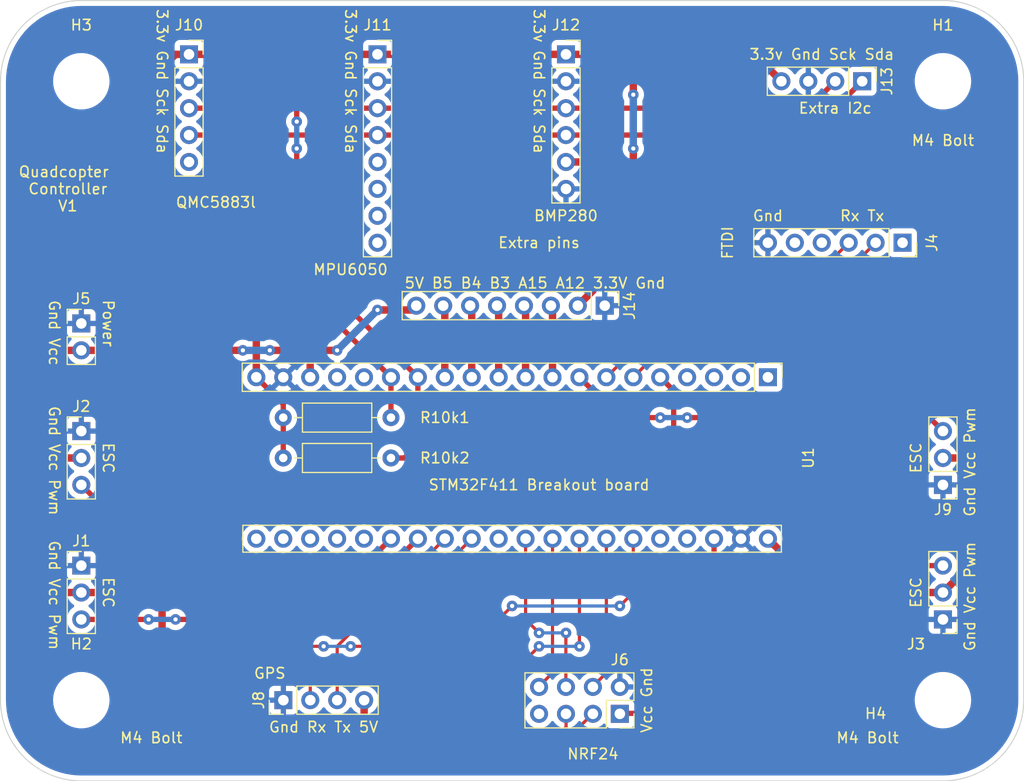
<source format=kicad_pcb>
(kicad_pcb (version 20211014) (generator pcbnew)
  (title_block (title "Quadcopter pcb") (rev "V01") (comment 2 "creativecommons.org/licenses/by/4.0/") (comment 3 "License: CC BY 4.0") (comment 4 "Author: Rokas Barasa"))
  (layers (0 "F.Cu" power) (31 "B.Cu" signal) (34 "B.Paste" user) (35 "F.Paste" user) (36 "B.SilkS" user "B.Silkscreen") (37 "F.SilkS" user "F.Silkscreen") (38 "B.Mask" user) (39 "F.Mask" user) (44 "Edge.Cuts" user))
  (net 0 "")
  (net 1 "GND")
  (net 2 "+5V")
  (net 3 "Net-(J1-Pad3)")
  (net 4 "Net-(J2-Pad3)")
  (net 5 "Net-(J8-Pad3)")
  (net 6 "+3.3V")
  (net 7 "Net-(J3-Pad3)")
  (net 8 "Net-(J4-Pad2)")
  (net 28 "Net-(J4-Pad3)")
  (net 30 "Net-(U1-Pad33)")
  (net 31 "Net-(U1-Pad35)")
  (net 34 "Net-(U1-Pad34)")
  (net 35 "Net-(U1-Pad31)")
  (net 36 "Net-(U1-Pad32)")
  (net 37 "Net-(J8-Pad2)")
  (net 38 "Net-(J9-Pad3)")
  (net 39 "Net-(J10-Pad3)")
  (net 40 "Net-(J10-Pad4)")
  (net 41 "Net-(J14-Pad3)")
  (net 42 "Net-(J14-Pad4)")
  (net 43 "Net-(J14-Pad5)")
  (net 44 "Net-(J14-Pad6)")
  (net 45 "Net-(J14-Pad7)")
  (footprint "Connector_PinHeader_2.54mm:PinHeader_1x04_P2.54mm_Vertical" (layer "F.Cu") (at 157.48 81.28 -90)
    (fp_text reference "J13" (at 0 -2.33 90) (layer "F.SilkS"))
    (fp_text value "Future i2c")
    (fp_line (start -1.33 8.95) (end 1.33 8.95) (layer "F.SilkS") (width 0.12))
    (fp_line (start 1.33 1.27) (end 1.33 8.95) (layer "F.SilkS") (width 0.12))
    (fp_line (start -1.33 1.27) (end 1.33 1.27) (layer "F.SilkS") (width 0.12))
    (fp_line (start -1.33 -1.33) (end 0 -1.33) (layer "F.SilkS") (width 0.12))
    (fp_line (start -1.33 0) (end -1.33 -1.33) (layer "F.SilkS") (width 0.12))
    (fp_line (start -1.33 1.27) (end -1.33 8.95) (layer "F.SilkS") (width 0.12))
    (pad "1" thru_hole rect (at 0 0 270) (size 1.7 1.7) (drill 1) (layers *.Cu *.Mask) (net 40 "Net-(J10-Pad4)"))
    (pad "2" thru_hole oval (at 0 2.54 270) (size 1.7 1.7) (drill 1) (layers *.Cu *.Mask) (net 39 "Net-(J10-Pad3)"))
    (pad "3" thru_hole oval (at 0 5.08 270) (size 1.7 1.7) (drill 1) (layers *.Cu *.Mask) (net 1 "GND"))
    (pad "4" thru_hole oval (at 0 7.62 270) (size 1.7 1.7) (drill 1) (layers *.Cu *.Mask) (net 6 "+3.3V"))
  )
  (footprint "MountingHole:MountingHole_4.3mm_M4" (layer "F.Cu") (at 165.1 139.7)
    (fp_text reference "H4" (at -6.35 1.27) (layer "F.SilkS"))
    (fp_text value "MountingHole")
    (pad "" np_thru_hole circle (at 0 0) (size 4.3 4.3) (drill 4.3) (layers *.Cu *.Mask))
  )
  (footprint "Connector_PinSocket_2.54mm:PinSocket_2x04_P2.54mm_Vertical" (layer "F.Cu") (at 134.62 140.99 -90)
    (fp_text reference "J6" (at -5.1 0 180) (layer "F.SilkS"))
    (fp_text value "NRF24")
    (fp_line (start -3.87 -1.33) (end -1.27 -1.33) (layer "F.SilkS") (width 0.12))
    (fp_line (start 1.33 -1.33) (end 1.33 0) (layer "F.SilkS") (width 0.12))
    (fp_line (start 0 -1.33) (end 1.33 -1.33) (layer "F.SilkS") (width 0.12))
    (fp_line (start -3.87 8.95) (end 1.33 8.95) (layer "F.SilkS") (width 0.12))
    (fp_line (start 1.33 1.27) (end 1.33 8.95) (layer "F.SilkS") (width 0.12))
    (fp_line (start -1.27 1.27) (end 1.33 1.27) (layer "F.SilkS") (width 0.12))
    (fp_line (start -3.87 -1.33) (end -3.87 8.95) (layer "F.SilkS") (width 0.12))
    (fp_line (start -1.27 -1.33) (end -1.27 1.27) (layer "F.SilkS") (width 0.12))
    (pad "1" thru_hole rect (at 0 0 270) (size 1.7 1.7) (drill 1) (layers *.Cu *.Mask) (net 6 "+3.3V"))
    (pad "2" thru_hole oval (at -2.54 0 270) (size 1.7 1.7) (drill 1) (layers *.Cu *.Mask) (net 1 "GND"))
    (pad "3" thru_hole oval (at 0 2.54 270) (size 1.7 1.7) (drill 1) (layers *.Cu *.Mask) (net 31 "Net-(U1-Pad35)"))
    (pad "4" thru_hole oval (at -2.54 2.54 270) (size 1.7 1.7) (drill 1) (layers *.Cu *.Mask) (net 34 "Net-(U1-Pad34)"))
    (pad "5" thru_hole oval (at 0 5.08 270) (size 1.7 1.7) (drill 1) (layers *.Cu *.Mask) (net 30 "Net-(U1-Pad33)"))
    (pad "6" thru_hole oval (at -2.54 5.08 270) (size 1.7 1.7) (drill 1) (layers *.Cu *.Mask) (net 35 "Net-(U1-Pad31)"))
    (pad "7" thru_hole oval (at 0 7.62 270) (size 1.7 1.7) (drill 1) (layers *.Cu *.Mask))
    (pad "8" thru_hole oval (at -2.54 7.62 270) (size 1.7 1.7) (drill 1) (layers *.Cu *.Mask) (net 36 "Net-(U1-Pad32)"))
  )
  (footprint "Connector_PinHeader_2.54mm:PinHeader_1x03_P2.54mm_Vertical" (layer "F.Cu") (at 83.82 114.3)
    (fp_text reference "J2" (at 0 -2.33) (layer "F.SilkS"))
    (fp_text value "ESC2")
    (fp_line (start -1.33 6.41) (end 1.33 6.41) (layer "F.SilkS") (width 0.12))
    (fp_line (start -1.33 -1.33) (end 0 -1.33) (layer "F.SilkS") (width 0.12))
    (fp_line (start 1.33 1.27) (end 1.33 6.41) (layer "F.SilkS") (width 0.12))
    (fp_line (start -1.33 1.27) (end -1.33 6.41) (layer "F.SilkS") (width 0.12))
    (fp_line (start -1.33 1.27) (end 1.33 1.27) (layer "F.SilkS") (width 0.12))
    (fp_line (start -1.33 0) (end -1.33 -1.33) (layer "F.SilkS") (width 0.12))
    (pad "1" thru_hole rect (at 0 0) (size 1.7 1.7) (drill 1) (layers *.Cu *.Mask) (net 1 "GND"))
    (pad "2" thru_hole oval (at 0 2.54) (size 1.7 1.7) (drill 1) (layers *.Cu *.Mask) (net 2 "+5V"))
    (pad "3" thru_hole oval (at 0 5.08) (size 1.7 1.7) (drill 1) (layers *.Cu *.Mask) (net 4 "Net-(J2-Pad3)"))
  )
  (footprint "Connector_PinHeader_2.54mm:PinHeader_1x02_P2.54mm_Vertical" (layer "F.Cu") (at 83.82 104.14)
    (fp_text reference "J5" (at 0 -2.33) (layer "F.SilkS"))
    (fp_text value "POW1")
    (fp_line (start -1.33 1.27) (end 1.33 1.27) (layer "F.SilkS") (width 0.12))
    (fp_line (start -1.33 1.27) (end -1.33 3.87) (layer "F.SilkS") (width 0.12))
    (fp_line (start -1.33 0) (end -1.33 -1.33) (layer "F.SilkS") (width 0.12))
    (fp_line (start -1.33 3.87) (end 1.33 3.87) (layer "F.SilkS") (width 0.12))
    (fp_line (start -1.33 -1.33) (end 0 -1.33) (layer "F.SilkS") (width 0.12))
    (fp_line (start 1.33 1.27) (end 1.33 3.87) (layer "F.SilkS") (width 0.12))
    (pad "1" thru_hole rect (at 0 0) (size 1.7 1.7) (drill 1) (layers *.Cu *.Mask) (net 1 "GND"))
    (pad "2" thru_hole oval (at 0 2.54) (size 1.7 1.7) (drill 1) (layers *.Cu *.Mask) (net 2 "+5V"))
  )
  (footprint "MountingHole:MountingHole_4.3mm_M4" (layer "F.Cu") (at 83.82 81.28)
    (fp_text reference "H3" (at 0 -5.3) (layer "F.SilkS"))
    (fp_text value "MountingHole")
    (pad "" np_thru_hole circle (at 0 0) (size 4.3 4.3) (drill 4.3) (layers *.Cu *.Mask))
  )
  (footprint "Connector_PinSocket_2.54mm:PinSocket_1x08_P2.54mm_Vertical" (layer "F.Cu") (at 111.76 78.74)
    (fp_text reference "J11" (at 0 -2.77) (layer "F.SilkS"))
    (fp_text value "MPU6050")
    (fp_line (start 0 -1.33) (end 1.33 -1.33) (layer "F.SilkS") (width 0.12))
    (fp_line (start 1.33 1.27) (end 1.33 19.11) (layer "F.SilkS") (width 0.12))
    (fp_line (start -1.33 19.11) (end 1.33 19.11) (layer "F.SilkS") (width 0.12))
    (fp_line (start -1.33 1.27) (end 1.33 1.27) (layer "F.SilkS") (width 0.12))
    (fp_line (start -1.33 1.27) (end -1.33 19.11) (layer "F.SilkS") (width 0.12))
    (fp_line (start 1.33 -1.33) (end 1.33 0) (layer "F.SilkS") (width 0.12))
    (pad "1" thru_hole rect (at 0 0) (size 1.7 1.7) (drill 1) (layers *.Cu *.Mask) (net 6 "+3.3V"))
    (pad "2" thru_hole oval (at 0 2.54) (size 1.7 1.7) (drill 1) (layers *.Cu *.Mask) (net 1 "GND"))
    (pad "3" thru_hole oval (at 0 5.08) (size 1.7 1.7) (drill 1) (layers *.Cu *.Mask) (net 39 "Net-(J10-Pad3)"))
    (pad "4" thru_hole oval (at 0 7.62) (size 1.7 1.7) (drill 1) (layers *.Cu *.Mask) (net 40 "Net-(J10-Pad4)"))
    (pad "5" thru_hole oval (at 0 10.16) (size 1.7 1.7) (drill 1) (layers *.Cu *.Mask))
    (pad "6" thru_hole oval (at 0 12.7) (size 1.7 1.7) (drill 1) (layers *.Cu *.Mask))
    (pad "7" thru_hole oval (at 0 15.24) (size 1.7 1.7) (drill 1) (layers *.Cu *.Mask))
    (pad "8" thru_hole oval (at 0 17.78) (size 1.7 1.7) (drill 1) (layers *.Cu *.Mask))
  )
  (footprint "Connector_PinSocket_2.54mm:PinSocket_1x06_P2.54mm_Vertical" (layer "F.Cu") (at 129.54 78.74)
    (fp_text reference "J12" (at 0 -2.77) (layer "F.SilkS"))
    (fp_text value "BMP280")
    (fp_line (start -1.33 1.27) (end 1.33 1.27) (layer "F.SilkS") (width 0.12))
    (fp_line (start -1.33 1.27) (end -1.33 14.03) (layer "F.SilkS") (width 0.12))
    (fp_line (start 1.33 1.27) (end 1.33 14.03) (layer "F.SilkS") (width 0.12))
    (fp_line (start -1.33 14.03) (end 1.33 14.03) (layer "F.SilkS") (width 0.12))
    (fp_line (start 1.33 -1.33) (end 1.33 0) (layer "F.SilkS") (width 0.12))
    (fp_line (start 0 -1.33) (end 1.33 -1.33) (layer "F.SilkS") (width 0.12))
    (pad "1" thru_hole rect (at 0 0) (size 1.7 1.7) (drill 1) (layers *.Cu *.Mask) (net 6 "+3.3V"))
    (pad "2" thru_hole oval (at 0 2.54) (size 1.7 1.7) (drill 1) (layers *.Cu *.Mask) (net 1 "GND"))
    (pad "3" thru_hole oval (at 0 5.08) (size 1.7 1.7) (drill 1) (layers *.Cu *.Mask) (net 39 "Net-(J10-Pad3)"))
    (pad "4" thru_hole oval (at 0 7.62) (size 1.7 1.7) (drill 1) (layers *.Cu *.Mask) (net 40 "Net-(J10-Pad4)"))
    (pad "5" thru_hole oval (at 0 10.16) (size 1.7 1.7) (drill 1) (layers *.Cu *.Mask) (net 6 "+3.3V"))
    (pad "6" thru_hole oval (at 0 12.7) (size 1.7 1.7) (drill 1) (layers *.Cu *.Mask) (net 1 "GND"))
  )
  (footprint "Connector_PinSocket_2.54mm:PinSocket_1x05_P2.54mm_Vertical" (layer "F.Cu") (at 93.98 78.74)
    (fp_text reference "J10" (at 0 -2.77) (layer "F.SilkS"))
    (fp_text value "GY271 QMC5883l")
    (fp_line (start -1.33 11.49) (end 1.33 11.49) (layer "F.SilkS") (width 0.12))
    (fp_line (start 0 -1.33) (end 1.33 -1.33) (layer "F.SilkS") (width 0.12))
    (fp_line (start 1.33 1.27) (end 1.33 11.49) (layer "F.SilkS") (width 0.12))
    (fp_line (start -1.33 1.27) (end -1.33 11.49) (layer "F.SilkS") (width 0.12))
    (fp_line (start -1.33 1.27) (end 1.33 1.27) (layer "F.SilkS") (width 0.12))
    (fp_line (start 1.33 -1.33) (end 1.33 0) (layer "F.SilkS") (width 0.12))
    (pad "1" thru_hole rect (at 0 0) (size 1.7 1.7) (drill 1) (layers *.Cu *.Mask) (net 6 "+3.3V"))
    (pad "2" thru_hole oval (at 0 2.54) (size 1.7 1.7) (drill 1) (layers *.Cu *.Mask) (net 1 "GND"))
    (pad "3" thru_hole oval (at 0 5.08) (size 1.7 1.7) (drill 1) (layers *.Cu *.Mask) (net 39 "Net-(J10-Pad3)"))
    (pad "4" thru_hole oval (at 0 7.62) (size 1.7 1.7) (drill 1) (layers *.Cu *.Mask) (net 40 "Net-(J10-Pad4)"))
    (pad "5" thru_hole oval (at 0 10.16) (size 1.7 1.7) (drill 1) (layers *.Cu *.Mask))
  )
  (footprint "Connector_PinHeader_2.54mm:PinHeader_1x03_P2.54mm_Vertical" (layer "F.Cu") (at 165.1 132.08 180)
    (fp_text reference "J3" (at 2.54 -2.33) (layer "F.SilkS"))
    (fp_text value "ESC4")
    (fp_line (start -1.33 0) (end -1.33 -1.33) (layer "F.SilkS") (width 0.12))
    (fp_line (start -1.33 6.41) (end 1.33 6.41) (layer "F.SilkS") (width 0.12))
    (fp_line (start -1.33 -1.33) (end 0 -1.33) (layer "F.SilkS") (width 0.12))
    (fp_line (start -1.33 1.27) (end 1.33 1.27) (layer "F.SilkS") (width 0.12))
    (fp_line (start 1.33 1.27) (end 1.33 6.41) (layer "F.SilkS") (width 0.12))
    (fp_line (start -1.33 1.27) (end -1.33 6.41) (layer "F.SilkS") (width 0.12))
    (pad "1" thru_hole rect (at 0 0 180) (size 1.7 1.7) (drill 1) (layers *.Cu *.Mask) (net 1 "GND"))
    (pad "2" thru_hole oval (at 0 2.54 180) (size 1.7 1.7) (drill 1) (layers *.Cu *.Mask) (net 2 "+5V"))
    (pad "3" thru_hole oval (at 0 5.08 180) (size 1.7 1.7) (drill 1) (layers *.Cu *.Mask) (net 7 "Net-(J3-Pad3)"))
  )
  (footprint "Connector_PinSocket_2.54mm:PinSocket_1x06_P2.54mm_Vertical" (layer "F.Cu") (at 161.29 96.52 -90)
    (fp_text reference "J4" (at 0 -2.77 90) (layer "F.SilkS"))
    (fp_text value "FTDI")
    (fp_line (start 1.33 1.27) (end 1.33 14.03) (layer "F.SilkS") (width 0.12))
    (fp_line (start -1.33 1.27) (end -1.33 14.03) (layer "F.SilkS") (width 0.12))
    (fp_line (start -1.33 1.27) (end 1.33 1.27) (layer "F.SilkS") (width 0.12))
    (fp_line (start -1.33 14.03) (end 1.33 14.03) (layer "F.SilkS") (width 0.12))
    (fp_line (start 1.33 -1.33) (end 1.33 0) (layer "F.SilkS") (width 0.12))
    (fp_line (start 0 -1.33) (end 1.33 -1.33) (layer "F.SilkS") (width 0.12))
    (pad "1" thru_hole rect (at 0 0 270) (size 1.7 1.7) (drill 1) (layers *.Cu *.Mask))
    (pad "2" thru_hole oval (at 0 2.54 270) (size 1.7 1.7) (drill 1) (layers *.Cu *.Mask) (net 8 "Net-(J4-Pad2)"))
    (pad "3" thru_hole oval (at 0 5.08 270) (size 1.7 1.7) (drill 1) (layers *.Cu *.Mask) (net 28 "Net-(J4-Pad3)"))
    (pad "4" thru_hole oval (at 0 7.62 270) (size 1.7 1.7) (drill 1) (layers *.Cu *.Mask))
    (pad "5" thru_hole oval (at 0 10.16 270) (size 1.7 1.7) (drill 1) (layers *.Cu *.Mask))
    (pad "6" thru_hole oval (at 0 12.7 270) (size 1.7 1.7) (drill 1) (layers *.Cu *.Mask) (net 1 "GND"))
  )
  (footprint "f411:YAAJ_WeAct_BlackPill_2" (layer "F.Cu") (at 148.59 109.22 -90)
    (fp_text reference "U1" (at 7.62 -3.81 90) (layer "F.SilkS"))
    (fp_text value "YAAJ_WeAct_BlackPill_Part_Like" hide)
    (fp_line (start 16.51 49.53) (end 13.97 49.53) (layer "F.SilkS") (width 0.12))
    (fp_line (start 13.97 49.53) (end 13.97 -1.27) (layer "F.SilkS") (width 0.12))
    (fp_line (start 1.33 1.27) (end 1.33 49.59) (layer "F.SilkS") (width 0.12))
    (fp_line (start -1.33 0) (end -1.33 -1.33) (layer "F.SilkS") (width 0.12))
    (fp_line (start -1.33 1.27) (end 1.33 1.27) (layer "F.SilkS") (width 0.12))
    (fp_line (start -1.33 49.59) (end -1.33 1.27) (layer "F.SilkS") (width 0.12))
    (fp_line (start 13.97 -1.27) (end 16.51 -1.27) (layer "F.SilkS") (width 0.12))
    (fp_line (start -1.33 -1.33) (end 0 -1.33) (layer "F.SilkS") (width 0.12))
    (fp_line (start 1.33 49.59) (end -1.33 49.59) (layer "F.SilkS") (width 0.12))
    (fp_line (start 16.51 -1.27) (end 16.51 49.53) (layer "F.SilkS") (width 0.12))
    (pad "1" thru_hole rect (at 0 0 270) (size 1.7 1.7) (drill 1) (layers *.Cu *.Mask))
    (pad "2" thru_hole circle (at 0 2.54 270) (size 1.7 1.7) (drill 1) (layers *.Cu *.Mask))
    (pad "3" thru_hole circle (at 0 5.08 270) (size 1.7 1.7) (drill 1) (layers *.Cu *.Mask))
    (pad "4" thru_hole circle (at 0 7.62 270) (size 1.7 1.7) (drill 1) (layers *.Cu *.Mask))
    (pad "5" thru_hole circle (at 0 10.16 270) (size 1.7 1.7) (drill 1) (layers *.Cu *.Mask) (net 7 "Net-(J3-Pad3)"))
    (pad "6" thru_hole circle (at 0 12.7 270) (size 1.7 1.7) (drill 1) (layers *.Cu *.Mask) (net 8 "Net-(J4-Pad2)"))
    (pad "7" thru_hole circle (at 0 15.24 270) (size 1.7 1.7) (drill 1) (layers *.Cu *.Mask) (net 28 "Net-(J4-Pad3)"))
    (pad "8" thru_hole circle (at 0 17.78 270) (size 1.7 1.7) (drill 1) (layers *.Cu *.Mask) (net 38 "Net-(J9-Pad3)"))
    (pad "9" thru_hole circle (at 0 20.32 270) (size 1.7 1.7) (drill 1) (layers *.Cu *.Mask) (net 41 "Net-(J14-Pad3)"))
    (pad "10" thru_hole circle (at 0 22.86 270) (size 1.7 1.7) (drill 1) (layers *.Cu *.Mask) (net 42 "Net-(J14-Pad4)"))
    (pad "11" thru_hole circle (at 0 25.4 270) (size 1.7 1.7) (drill 1) (layers *.Cu *.Mask) (net 43 "Net-(J14-Pad5)"))
    (pad "12" thru_hole circle (at 0 27.94 270) (size 1.7 1.7) (drill 1) (layers *.Cu *.Mask) (net 44 "Net-(J14-Pad6)"))
    (pad "13" thru_hole circle (at 0 30.48 270) (size 1.7 1.7) (drill 1) (layers *.Cu *.Mask) (net 45 "Net-(J14-Pad7)"))
    (pad "14" thru_hole circle (at 0 33.02 270) (size 1.7 1.7) (drill 1) (layers *.Cu *.Mask) (net 39 "Net-(J10-Pad3)"))
    (pad "15" thru_hole circle (at 0 35.56 270) (size 1.7 1.7) (drill 1) (layers *.Cu *.Mask) (net 40 "Net-(J10-Pad4)"))
    (pad "16" thru_hole circle (at 0 38.1 270) (size 1.7 1.7) (drill 1) (layers *.Cu *.Mask))
    (pad "17" thru_hole circle (at 0 40.64 270) (size 1.7 1.7) (drill 1) (layers *.Cu *.Mask))
    (pad "18" thru_hole circle (at 0 43.18 270) (size 1.7 1.7) (drill 1) (layers *.Cu *.Mask) (net 2 "+5V"))
    (pad "19" thru_hole circle (at 0 45.72 270) (size 1.7 1.7) (drill 1) (layers *.Cu *.Mask) (net 1 "GND"))
    (pad "20" thru_hole circle (at 0 48.26 270) (size 1.7 1.7) (drill 1) (layers *.Cu *.Mask) (net 6 "+3.3V"))
    (pad "21" thru_hole circle (at 15.24 48.26 270) (size 1.7 1.7) (drill 1) (layers *.Cu *.Mask))
    (pad "22" thru_hole circle (at 15.24 45.72 270) (size 1.7 1.7) (drill 1) (layers *.Cu *.Mask))
    (pad "23" thru_hole circle (at 15.24 43.18 270) (size 1.7 1.7) (drill 1) (layers *.Cu *.Mask))
    (pad "24" thru_hole circle (at 15.24 40.64 270) (size 1.7 1.7) (drill 1) (layers *.Cu *.Mask))
    (pad "25" thru_hole circle (at 15.24 38.1 270) (size 1.7 1.7) (drill 1) (layers *.Cu *.Mask))
    (pad "26" thru_hole circle (at 15.24 35.56 270) (size 1.7 1.7) (drill 1) (layers *.Cu *.Mask) (net 4 "Net-(J2-Pad3)"))
    (pad "27" thru_hole circle (at 15.24 33.02 270) (size 1.7 1.7) (drill 1) (layers *.Cu *.Mask) (net 3 "Net-(J1-Pad3)"))
    (pad "28" thru_hole circle (at 15.24 30.48 270) (size 1.7 1.7) (drill 1) (layers *.Cu *.Mask) (net 5 "Net-(J8-Pad3)"))
    (pad "29" thru_hole circle (at 15.24 27.94 270) (size 1.7 1.7) (drill 1) (layers *.Cu *.Mask) (net 37 "Net-(J8-Pad2)"))
    (pad "30" thru_hole circle (at 15.24 25.4 270) (size 1.7 1.7) (drill 1) (layers *.Cu *.Mask))
    (pad "31" thru_hole circle (at 15.24 22.86 270) (size 1.7 1.7) (drill 1) (layers *.Cu *.Mask) (net 35 "Net-(U1-Pad31)"))
    (pad "32" thru_hole circle (at 15.24 20.32 270) (size 1.7 1.7) (drill 1) (layers *.Cu *.Mask) (net 36 "Net-(U1-Pad32)"))
    (pad "33" thru_hole circle (at 15.24 17.78 270) (size 1.7 1.7) (drill 1) (layers *.Cu *.Mask) (net 30 "Net-(U1-Pad33)"))
    (pad "34" thru_hole circle (at 15.24 15.24 270) (size 1.7 1.7) (drill 1) (layers *.Cu *.Mask) (net 34 "Net-(U1-Pad34)"))
    (pad "35" thru_hole circle (at 15.24 12.7 270) (size 1.7 1.7) (drill 1) (layers *.Cu *.Mask) (net 31 "Net-(U1-Pad35)"))
    (pad "36" thru_hole circle (at 15.24 10.16 270) (size 1.7 1.7) (drill 1) (layers *.Cu *.Mask))
    (pad "37" thru_hole circle (at 15.24 7.62 270) (size 1.7 1.7) (drill 1) (layers *.Cu *.Mask))
    (pad "38" thru_hole circle (at 15.24 5.08 270) (size 1.7 1.7) (drill 1) (layers *.Cu *.Mask) (net 6 "+3.3V"))
    (pad "39" thru_hole circle (at 15.24 2.54 270) (size 1.7 1.7) (drill 1) (layers *.Cu *.Mask) (net 1 "GND"))
    (pad "40" thru_hole circle (at 15.24 0 270) (size 1.7 1.7) (drill 1) (layers *.Cu *.Mask) (net 2 "+5V"))
  )
  (footprint "Connector_PinHeader_2.54mm:PinHeader_1x04_P2.54mm_Vertical" (layer "F.Cu") (at 102.88 139.7 90)
    (fp_text reference "J8" (at 0 -2.33 90) (layer "F.SilkS"))
    (fp_text value "BN357")
    (fp_line (start 1.33 1.27) (end 1.33 8.95) (layer "F.SilkS") (width 0.12))
    (fp_line (start -1.33 8.95) (end 1.33 8.95) (layer "F.SilkS") (width 0.12))
    (fp_line (start -1.33 1.27) (end 1.33 1.27) (layer "F.SilkS") (width 0.12))
    (fp_line (start -1.33 -1.33) (end 0 -1.33) (layer "F.SilkS") (width 0.12))
    (fp_line (start -1.33 0) (end -1.33 -1.33) (layer "F.SilkS") (width 0.12))
    (fp_line (start -1.33 1.27) (end -1.33 8.95) (layer "F.SilkS") (width 0.12))
    (pad "1" thru_hole rect (at 0 0 90) (size 1.7 1.7) (drill 1) (layers *.Cu *.Mask) (net 1 "GND"))
    (pad "2" thru_hole oval (at 0 2.54 90) (size 1.7 1.7) (drill 1) (layers *.Cu *.Mask) (net 37 "Net-(J8-Pad2)"))
    (pad "3" thru_hole oval (at 0 5.08 90) (size 1.7 1.7) (drill 1) (layers *.Cu *.Mask) (net 5 "Net-(J8-Pad3)"))
    (pad "4" thru_hole oval (at 0 7.62 90) (size 1.7 1.7) (drill 1) (layers *.Cu *.Mask) (net 2 "+5V"))
  )
  (footprint "MountingHole:MountingHole_4.3mm_M4" (layer "F.Cu") (at 83.82 139.7)
    (fp_text reference "H2" (at 0 -5.3) (layer "F.SilkS"))
    (fp_text value "MountingHole")
    (pad "" np_thru_hole circle (at 0 0) (size 4.3 4.3) (drill 4.3) (layers *.Cu *.Mask))
  )
  (footprint "Resistor_THT:R_Axial_DIN0207_L6.3mm_D2.5mm_P10.16mm_Horizontal" (layer "F.Cu") (at 102.87 113.03)
    (fp_text reference "R10k1" (at 15.24 0) (layer "F.SilkS"))
    (fp_text value "R")
    (fp_line (start 8.35 1.37) (end 8.35 -1.37) (layer "F.SilkS") (width 0.12))
    (fp_line (start 1.81 1.37) (end 8.35 1.37) (layer "F.SilkS") (width 0.12))
    (fp_line (start 1.04 0) (end 1.81 0) (layer "F.SilkS") (width 0.12))
    (fp_line (start 1.81 -1.37) (end 1.81 1.37) (layer "F.SilkS") (width 0.12))
    (fp_line (start 8.35 -1.37) (end 1.81 -1.37) (layer "F.SilkS") (width 0.12))
    (fp_line (start 9.12 0) (end 8.35 0) (layer "F.SilkS") (width 0.12))
    (pad "1" thru_hole circle (at 0 0) (size 1.6 1.6) (drill 0.8) (layers *.Cu *.Mask) (net 6 "+3.3V"))
    (pad "2" thru_hole oval (at 10.16 0) (size 1.6 1.6) (drill 0.8) (layers *.Cu *.Mask) (net 40 "Net-(J10-Pad4)"))
  )
  (footprint "MountingHole:MountingHole_4.3mm_M4" (layer "F.Cu") (at 165.1 81.28)
    (fp_text reference "H1" (at 0 -5.3) (layer "F.SilkS"))
    (fp_text value "MountingHole")
    (pad "" np_thru_hole circle (at 0 0) (size 4.3 4.3) (drill 4.3) (layers *.Cu *.Mask))
  )
  (footprint "Connector_PinHeader_2.54mm:PinHeader_1x03_P2.54mm_Vertical" (layer "F.Cu") (at 165.1 119.38 180)
    (fp_text reference "J9" (at 0 -2.33) (layer "F.SilkS"))
    (fp_text value "ESC3")
    (fp_line (start -1.33 1.27) (end -1.33 6.41) (layer "F.SilkS") (width 0.12))
    (fp_line (start -1.33 -1.33) (end 0 -1.33) (layer "F.SilkS") (width 0.12))
    (fp_line (start -1.33 0) (end -1.33 -1.33) (layer "F.SilkS") (width 0.12))
    (fp_line (start -1.33 6.41) (end 1.33 6.41) (layer "F.SilkS") (width 0.12))
    (fp_line (start 1.33 1.27) (end 1.33 6.41) (layer "F.SilkS") (width 0.12))
    (fp_line (start -1.33 1.27) (end 1.33 1.27) (layer "F.SilkS") (width 0.12))
    (pad "1" thru_hole rect (at 0 0 180) (size 1.7 1.7) (drill 1) (layers *.Cu *.Mask) (net 1 "GND"))
    (pad "2" thru_hole oval (at 0 2.54 180) (size 1.7 1.7) (drill 1) (layers *.Cu *.Mask) (net 2 "+5V"))
    (pad "3" thru_hole oval (at 0 5.08 180) (size 1.7 1.7) (drill 1) (layers *.Cu *.Mask) (net 38 "Net-(J9-Pad3)"))
  )
  (footprint "Resistor_THT:R_Axial_DIN0207_L6.3mm_D2.5mm_P10.16mm_Horizontal" (layer "F.Cu") (at 102.87 116.84)
    (fp_text reference "R10k2" (at 15.24 0) (layer "F.SilkS"))
    (fp_text value "R")
    (fp_line (start 9.12 0) (end 8.35 0) (layer "F.SilkS") (width 0.12))
    (fp_line (start 1.81 1.37) (end 8.35 1.37) (layer "F.SilkS") (width 0.12))
    (fp_line (start 8.35 1.37) (end 8.35 -1.37) (layer "F.SilkS") (width 0.12))
    (fp_line (start 1.81 -1.37) (end 1.81 1.37) (layer "F.SilkS") (width 0.12))
    (fp_line (start 1.04 0) (end 1.81 0) (layer "F.SilkS") (width 0.12))
    (fp_line (start 8.35 -1.37) (end 1.81 -1.37) (layer "F.SilkS") (width 0.12))
    (pad "1" thru_hole circle (at 0 0) (size 1.6 1.6) (drill 0.8) (layers *.Cu *.Mask) (net 6 "+3.3V"))
    (pad "2" thru_hole oval (at 10.16 0) (size 1.6 1.6) (drill 0.8) (layers *.Cu *.Mask) (net 39 "Net-(J10-Pad3)"))
  )
  (footprint "Connector_PinHeader_2.54mm:PinHeader_1x03_P2.54mm_Vertical" (layer "F.Cu") (at 83.82 127)
    (fp_text reference "J1" (at 0 -2.33) (layer "F.SilkS"))
    (fp_text value "ESC1")
    (fp_line (start -1.33 1.27) (end 1.33 1.27) (layer "F.SilkS") (width 0.12))
    (fp_line (start -1.33 6.41) (end 1.33 6.41) (layer "F.SilkS") (width 0.12))
    (fp_line (start -1.33 -1.33) (end 0 -1.33) (layer "F.SilkS") (width 0.12))
    (fp_line (start -1.33 0) (end -1.33 -1.33) (layer "F.SilkS") (width 0.12))
    (fp_line (start -1.33 1.27) (end -1.33 6.41) (layer "F.SilkS") (width 0.12))
    (fp_line (start 1.33 1.27) (end 1.33 6.41) (layer "F.SilkS") (width 0.12))
    (pad "1" thru_hole rect (at 0 0) (size 1.7 1.7) (drill 1) (layers *.Cu *.Mask) (net 1 "GND"))
    (pad "2" thru_hole oval (at 0 2.54) (size 1.7 1.7) (drill 1) (layers *.Cu *.Mask) (net 2 "+5V"))
    (pad "3" thru_hole oval (at 0 5.08) (size 1.7 1.7) (drill 1) (layers *.Cu *.Mask) (net 3 "Net-(J1-Pad3)"))
  )
  (footprint "Connector_PinHeader_2.54mm:PinHeader_1x08_P2.54mm_Vertical" (layer "F.Cu") (at 133.1976 102.4636 -90)
    (fp_text reference "J14" (at 0 -2.33 90) (layer "F.SilkS"))
    (fp_text value "Conn_01x08_Male")
    (fp_line (start -1.33 19.11) (end 1.33 19.11) (layer "F.SilkS") (width 0.12))
    (fp_line (start -1.33 -1.33) (end 0 -1.33) (layer "F.SilkS") (width 0.12))
    (fp_line (start 1.33 1.27) (end 1.33 19.11) (layer "F.SilkS") (width 0.12))
    (fp_line (start -1.33 0) (end -1.33 -1.33) (layer "F.SilkS") (width 0.12))
    (fp_line (start -1.33 1.27) (end -1.33 19.11) (layer "F.SilkS") (width 0.12))
    (fp_line (start -1.33 1.27) (end 1.33 1.27) (layer "F.SilkS") (width 0.12))
    (pad "1" thru_hole rect (at 0 0 270) (size 1.7 1.7) (drill 1) (layers *.Cu *.Mask) (net 1 "GND"))
    (pad "2" thru_hole oval (at 0 2.54 270) (size 1.7 1.7) (drill 1) (layers *.Cu *.Mask) (net 6 "+3.3V"))
    (pad "3" thru_hole oval (at 0 5.08 270) (size 1.7 1.7) (drill 1) (layers *.Cu *.Mask) (net 41 "Net-(J14-Pad3)"))
    (pad "4" thru_hole oval (at 0 7.62 270) (size 1.7 1.7) (drill 1) (layers *.Cu *.Mask) (net 42 "Net-(J14-Pad4)"))
    (pad "5" thru_hole oval (at 0 10.16 270) (size 1.7 1.7) (drill 1) (layers *.Cu *.Mask) (net 43 "Net-(J14-Pad5)"))
    (pad "6" thru_hole oval (at 0 12.7 270) (size 1.7 1.7) (drill 1) (layers *.Cu *.Mask) (net 44 "Net-(J14-Pad6)"))
    (pad "7" thru_hole oval (at 0 15.24 270) (size 1.7 1.7) (drill 1) (layers *.Cu *.Mask) (net 45 "Net-(J14-Pad7)"))
    (pad "8" thru_hole oval (at 0 17.78 270) (size 1.7 1.7) (drill 1) (layers *.Cu *.Mask) (net 2 "+5V"))
  )
  (gr_arc (start 83.82 147.32) (mid 78.431846 145.088154) (end 76.2 139.7) (layer "Edge.Cuts") (width 0.1))
  (gr_line (start 83.82 147.32) (end 165.1 147.32) (layer "Edge.Cuts") (width 0.1))
  (gr_line (start 76.2 81.28) (end 76.2 139.7) (layer "Edge.Cuts") (width 0.1))
  (gr_line (start 172.72 139.7) (end 172.72 81.28) (layer "Edge.Cuts") (width 0.1))
  (gr_line (start 165.1 73.66) (end 83.82 73.66) (layer "Edge.Cuts") (width 0.1))
  (gr_arc (start 76.2 81.28) (mid 78.431846 75.891846) (end 83.82 73.66) (layer "Edge.Cuts") (width 0.1))
  (gr_arc (start 172.72 139.7) (mid 170.488154 145.088154) (end 165.1 147.32) (layer "Edge.Cuts") (width 0.1))
  (gr_arc (start 165.1 73.66) (mid 170.488154 75.891846) (end 172.72 81.28) (layer "Edge.Cuts") (width 0.1))
  (gr_text "Gnd Rx Tx 5V" (at 106.68 142.24) (layer "F.SilkS") (effects (font (size 1 1))))
  (gr_text "Extra I2c" (at 154.94 83.82) (layer "F.SilkS") (effects (font (size 1 1))))
  (gr_text "M4 Bolt" (at 90.424 143.256) (layer "F.SilkS") (effects (font (size 1 1))))
  (gr_text "3.3v Gnd Sck Sda" (at 91.44 81.28 270) (layer "F.SilkS") (effects (font (size 1 1))))
  (gr_text "Rx Tx\n" (at 157.48 93.98) (layer "F.SilkS") (effects (font (size 1 1))))
  (gr_text "STM32F411 Breakout board" (at 127 119.38) (layer "F.SilkS") (effects (font (size 1 1))))
  (gr_text "3.3v Gnd Sck Sda" (at 109.22 81.28 270) (layer "F.SilkS") (effects (font (size 1 1))))
  (gr_text "Gnd Vcc Pwm " (at 167.64 116.84 90) (layer "F.SilkS") (effects (font (size 1 1))))
  (gr_text "ESC" (at 86.36 116.84 270) (layer "F.SilkS") (effects (font (size 1 1))))
  (gr_text "Extra pins" (at 127 96.52) (layer "F.SilkS") (effects (font (size 1 1))))
  (gr_text "Quadcopter \nController\nV1" (at 82.55 91.44) (layer "F.SilkS") (effects (font (size 1 1))))
  (gr_text "3.3v Gnd Sck Sda" (at 127 81.28 270) (layer "F.SilkS") (effects (font (size 1 1))))
  (gr_text "MPU6050" (at 109.22 99.06) (layer "F.SilkS") (effects (font (size 1 1))))
  (gr_text "M4 Bolt" (at 157.988 143.256) (layer "F.SilkS") (effects (font (size 1 1))))
  (gr_text "Gnd Vcc Pwm " (at 167.64 129.54 90) (layer "F.SilkS") (effects (font (size 1 1))))
  (gr_text "Gnd\n" (at 148.59 93.98) (layer "F.SilkS") (effects (font (size 1 1))))
  (gr_text "M4 Bolt" (at 165.1 86.868) (layer "F.SilkS") (effects (font (size 1 1))))
  (gr_text "ESC" (at 162.56 129.54 90) (layer "F.SilkS") (effects (font (size 1 1))))
  (gr_text "3.3v Gnd Sck Sda" (at 153.67 78.74) (layer "F.SilkS") (effects (font (size 1 1))))
  (gr_text "BMP280" (at 129.54 93.98) (layer "F.SilkS") (effects (font (size 1 1))))
  (gr_text "Vcc Gnd\n" (at 137.16 139.7 90) (layer "F.SilkS") (effects (font (size 1 1))))
  (gr_text "ESC" (at 162.56 116.84 90) (layer "F.SilkS") (effects (font (size 1 1))))
  (gr_text "QMC5883l" (at 96.52 92.71) (layer "F.SilkS") (effects (font (size 1 1))))
  (gr_text "5V B5 B4 B3 A15 A12 3.3V Gnd " (at 127 100.33) (layer "F.SilkS") (effects (font (size 1 1))))
  (gr_text "Gnd Vcc Pwm " (at 81.28 117.475 270) (layer "F.SilkS") (effects (font (size 1 1))))
  (gr_text "GPS" (at 101.6 137.16) (layer "F.SilkS") (effects (font (size 1 1))))
  (gr_text "FTDI" (at 144.78 96.52 90) (layer "F.SilkS") (effects (font (size 1 1))))
  (gr_text "Gnd Vcc Pwm " (at 81.28 130.175 270) (layer "F.SilkS") (effects (font (size 1 1))))
  (gr_text "ESC" (at 86.36 129.54 270) (layer "F.SilkS") (effects (font (size 1 1))))
  (gr_text "Power" (at 86.36 104.14 270) (layer "F.SilkS") (effects (font (size 1 1))))
  (gr_text "Gnd Vcc " (at 81.28 105.41 270) (layer "F.SilkS") (effects (font (size 1 1))))
  (gr_text "NRF24" (at 132.08 144.78) (layer "F.SilkS") (effects (font (size 1 1))))
  (segment (start 105.41 106.68) (end 107.95 106.68) (width 0.7) (layer "F.Cu") (net 2))
  (segment (start 167.64 116.84) (end 165.1 116.84) (width 0.7) (layer "F.Cu") (net 2))
  (segment (start 83.82 129.54) (end 88.9 129.54) (width 0.7) (layer "F.Cu") (net 2))
  (segment (start 148.59 124.714) (end 148.844 124.968) (width 0.7) (layer "F.Cu") (net 2))
  (segment (start 110.5 143.5) (end 110.5 139.7) (width 0.7) (layer "F.Cu") (net 2))
  (segment (start 105.41 106.68) (end 105.41 109.22) (width 0.7) (layer "F.Cu") (net 2))
  (segment (start 83.82 116.84) (end 81.28 116.84) (width 0.7) (layer "F.Cu") (net 2))
  (segment (start 81.28 129.54) (end 83.82 129.54) (width 0.7) (layer "F.Cu") (net 2))
  (segment (start 111.76 102.87) (end 115.0112 102.87) (width 0.7) (layer "F.Cu") (net 2))
  (segment (start 90.17 106.68) (end 92.71 106.68) (width 0.7) (layer "F.Cu") (net 2))
  (segment (start 88.9 129.54) (end 91.44 129.54) (width 0.7) (layer "F.Cu") (net 2))
  (segment (start 115.0112 102.87) (end 115.4176 102.4636) (width 0.7) (layer "F.Cu") (net 2))
  (segment (start 96.52 138.43) (end 97.79 138.43) (width 0.7) (layer "F.Cu") (net 2))
  (segment (start 81.28 106.68) (end 83.82 106.68) (width 0.7) (layer "F.Cu") (net 2))
  (segment (start 97.79 143.51) (end 110.49 143.51) (width 0.7) (layer "F.Cu") (net 2))
  (segment (start 91.44 133.35) (end 96.52 138.43) (width 0.7) (layer "F.Cu") (net 2))
  (segment (start 153.67 129.54) (end 148.59 124.46) (width 0.7) (layer "F.Cu") (net 2))
  (segment (start 92.71 106.68) (end 99.06 106.68) (width 0.7) (layer "F.Cu") (net 2))
  (segment (start 81.28 116.84) (end 81.28 129.54) (width 0.7) (layer "F.Cu") (net 2))
  (segment (start 101.6 106.68) (end 105.41 106.68) (width 0.7) (layer "F.Cu") (net 2))
  (segment (start 83.82 106.68) (end 90.17 106.68) (width 0.7) (layer "F.Cu") (net 2))
  (segment (start 165.1 129.54) (end 167.64 127) (width 0.7) (layer "F.Cu") (net 2))
  (segment (start 153.67 129.54) (end 165.1 129.54) (width 0.7) (layer "F.Cu") (net 2))
  (segment (start 167.64 127) (end 167.64 116.84) (width 0.7) (layer "F.Cu") (net 2))
  (segment (start 81.28 116.84) (end 81.28 106.68) (width 0.7) (layer "F.Cu") (net 2))
  (segment (start 148.59 124.46) (end 148.59 124.714) (width 0.7) (layer "F.Cu") (net 2))
  (segment (start 91.44 129.54) (end 91.44 133.35) (width 0.7) (layer "F.Cu") (net 2))
  (segment (start 97.79 138.43) (end 97.79 143.51) (width 0.7) (layer "F.Cu") (net 2))
  (segment (start 110.49 143.51) (end 110.5 143.5) (width 0.7) (layer "F.Cu") (net 2))
  (via (at 101.6 106.68) (size 1) (drill 0.4) (layers "F.Cu" "B.Cu") (net 2))
  (via (at 99.06 106.68) (size 1) (drill 0.4) (layers "F.Cu" "B.Cu") (net 2))
  (via (at 107.95 106.68) (size 1) (drill 0.4) (layers "F.Cu" "B.Cu") (net 2))
  (via (at 111.76 102.87) (size 1) (drill 0.4) (layers "F.Cu" "B.Cu") (net 2))
  (segment (start 107.95 106.68) (end 111.76 102.87) (width 0.7) (layer "B.Cu") (net 2))
  (segment (start 99.06 106.68) (end 101.6 106.68) (width 0.7) (layer "B.Cu") (net 2))
  (segment (start 87.63 132.08) (end 88.9 132.08) (width 0.5) (layer "F.Cu") (net 3))
  (segment (start 107.95 132.08) (end 115.57 124.46) (width 0.5) (layer "F.Cu") (net 3))
  (segment (start 88.9 132.08) (end 90.17 132.08) (width 0.5) (layer "F.Cu") (net 3))
  (segment (start 92.71 132.08) (end 107.95 132.08) (width 0.5) (layer "F.Cu") (net 3))
  (segment (start 83.82 132.08) (end 87.63 132.08) (width 0.5) (layer "F.Cu") (net 3))
  (via (at 92.71 132.08) (size 1) (drill 0.4) (layers "F.Cu" "B.Cu") (net 3))
  (via (at 90.17 132.08) (size 1) (drill 0.4) (layers "F.Cu" "B.Cu") (net 3))
  (segment (start 90.17 132.08) (end 92.71 132.08) (width 0.5) (layer "B.Cu") (net 3))
  (segment (start 109.22 128.27) (end 113.03 124.46) (width 0.5) (layer "F.Cu") (net 4))
  (segment (start 83.82 119.38) (end 92.71 128.27) (width 0.5) (layer "F.Cu") (net 4))
  (segment (start 92.71 128.27) (end 109.22 128.27) (width 0.5) (layer "F.Cu") (net 4))
  (segment (start 107.96 134.61) (end 107.96 139.7) (width 0.3) (layer "F.Cu") (net 5))
  (segment (start 118.11 124.46) (end 107.96 134.61) (width 0.3) (layer "F.Cu") (net 5))
  (segment (start 102.87 111.76) (end 100.33 109.22) (width 0.5) (layer "F.Cu") (net 6))
  (segment (start 134.63 140.945) (end 138.405 140.945) (width 0.5) (layer "F.Cu") (net 6))
  (segment (start 132.08 101.0412) (end 132.08 88.9) (width 0.7) (layer "F.Cu") (net 6))
  (segment (start 138.405 140.945) (end 138.43 140.97) (width 0.5) (layer "F.Cu") (net 6))
  (segment (start 91.44 80.01) (end 92.71 78.74) (width 0.7) (layer "F.Cu") (net 6))
  (segment (start 129.54 78.74) (end 140.97 78.74) (width 0.7) (layer "F.Cu") (net 6))
  (segment (start 135.89 78.74) (end 134.62 78.74) (width 0.5) (layer "F.Cu") (net 6))
  (segment (start 135.89 82.55) (end 135.89 78.74) (width 0.7) (layer "F.Cu") (net 6))
  (segment (start 91.44 93.98) (end 91.44 80.01) (width 0.7) (layer "F.Cu") (net 6))
  (segment (start 100.33 102.87) (end 91.44 93.98) (width 0.7) (layer "F.Cu") (net 6))
  (segment (start 111.76 78.74) (end 129.54 78.74) (width 0.7) (layer "F.Cu") (net 6))
  (segment (start 102.87 113.03) (end 102.87 111.76) (width 0.5) (layer "F.Cu") (net 6))
  (segment (start 102.87 113.03) (end 102.87 116.84) (width 0.5) (layer "F.Cu") (net 6))
  (segment (start 100.33 109.22) (end 100.33 102.87) (width 0.7) (layer "F.Cu") (net 6))
  (segment (start 140.97 78.74) (end 147.32 78.74) (width 0.7) (layer "F.Cu") (net 6))
  (segment (start 147.32 78.74) (end 149.86 81.28) (width 0.7) (layer "F.Cu") (net 6))
  (segment (start 132.08 88.9) (end 135.89 88.9) (width 0.7) (layer "F.Cu") (net 6))
  (segment (start 138.43 140.97) (end 143.51 135.89) (width 0.5) (layer "F.Cu") (net 6))
  (segment (start 99.06 78.74) (end 111.76 78.74) (width 0.7) (layer "F.Cu") (net 6))
  (segment (start 92.71 78.74) (end 99.06 78.74) (width 0.7) (layer "F.Cu") (net 6))
  (segment (start 132.08 88.9) (end 129.54 88.9) (width 0.7) (layer "F.Cu") (net 6))
  (segment (start 143.51 135.89) (end 143.51 124.46) (width 0.5) (layer "F.Cu") (net 6))
  (segment (start 135.89 88.9) (end 135.89 87.63) (width 0.7) (layer "F.Cu") (net 6))
  (segment (start 130.6576 102.4636) (end 132.08 101.0412) (width 0.7) (layer "F.Cu") (net 6))
  (via (at 135.89 87.63) (size 1) (drill 0.4) (layers "F.Cu" "B.Cu") (net 6))
  (via (at 135.89 82.55) (size 1) (drill 0.4) (layers "F.Cu" "B.Cu") (net 6))
  (segment (start 135.89 87.63) (end 135.89 82.55) (width 0.7) (layer "B.Cu") (net 6))
  (segment (start 146.05 120.65) (end 151.13 120.65) (width 0.5) (layer "F.Cu") (net 7))
  (segment (start 138.43 109.22) (end 139.7 110.49) (width 0.5) (layer "F.Cu") (net 7))
  (segment (start 157.48 127) (end 165.1 127) (width 0.5) (layer "F.Cu") (net 7))
  (segment (start 151.13 120.65) (end 157.48 127) (width 0.5) (layer "F.Cu") (net 7))
  (segment (start 139.7 114.3) (end 146.05 120.65) (width 0.5) (layer "F.Cu") (net 7))
  (segment (start 139.7 110.49) (end 139.7 114.3) (width 0.5) (layer "F.Cu") (net 7))
  (segment (start 151.13 104.14) (end 158.75 96.52) (width 0.3) (layer "F.Cu") (net 8))
  (segment (start 135.89 109.22) (end 140.97 104.14) (width 0.3) (layer "F.Cu") (net 8))
  (segment (start 140.97 104.14) (end 151.13 104.14) (width 0.3) (layer "F.Cu") (net 8))
  (segment (start 151.13 101.55) (end 151.18 101.55) (width 0.3) (layer "F.Cu") (net 28))
  (segment (start 151.13 101.55) (end 151.13 101.6) (width 0.3) (layer "F.Cu") (net 28))
  (segment (start 151.18 101.55) (end 156.21 96.52) (width 0.3) (layer "F.Cu") (net 28))
  (segment (start 151.13 101.6) (end 140.97 101.6) (width 0.3) (layer "F.Cu") (net 28))
  (segment (start 140.97 101.6) (end 133.35 109.22) (width 0.3) (layer "F.Cu") (net 28))
  (segment (start 127 134.62) (end 124.46 137.16) (width 0.3) (layer "F.Cu") (net 30))
  (segment (start 124.46 137.16) (end 124.46 143.51) (width 0.3) (layer "F.Cu") (net 30))
  (segment (start 128.27 143.51) (end 129.55 142.23) (width 0.3) (layer "F.Cu") (net 30))
  (segment (start 124.46 143.51) (end 128.27 143.51) (width 0.3) (layer "F.Cu") (net 30))
  (segment (start 130.81 124.46) (end 130.81 128.27) (width 0.3) (layer "F.Cu") (net 30))
  (segment (start 129.55 142.23) (end 129.55 140.945) (width 0.3) (layer "F.Cu") (net 30))
  (segment (start 130.81 128.27) (end 130.81 134.62) (width 0.3) (layer "F.Cu") (net 30))
  (via (at 127 134.62) (size 1) (drill 0.4) (layers "F.Cu" "B.Cu") (net 30))
  (via (at 130.81 134.62) (size 1) (drill 0.4) (layers "F.Cu" "B.Cu") (net 30))
  (segment (start 130.81 134.62) (end 127 134.62) (width 0.3) (layer "B.Cu") (net 30))
  (segment (start 135.89 129.54) (end 135.89 127) (width 0.3) (layer "F.Cu") (net 31))
  (segment (start 123.19 144.78) (end 128.255 144.78) (width 0.3) (layer "F.Cu") (net 31))
  (segment (start 135.89 124.46) (end 135.89 127) (width 0.3) (layer "F.Cu") (net 31))
  (segment (start 123.19 132.08) (end 124.46 130.81) (width 0.3) (layer "F.Cu") (net 31))
  (segment (start 134.62 130.81) (end 135.89 129.54) (width 0.3) (layer "F.Cu") (net 31))
  (segment (start 123.19 144.78) (end 123.19 132.08) (width 0.3) (layer "F.Cu") (net 31))
  (segment (start 128.255 144.78) (end 132.09 140.945) (width 0.3) (layer "F.Cu") (net 31))
  (via (at 124.46 130.81) (size 1) (drill 0.4) (layers "F.Cu" "B.Cu") (net 31))
  (via (at 134.62 130.81) (size 1) (drill 0.4) (layers "F.Cu" "B.Cu") (net 31))
  (segment (start 124.46 130.81) (end 134.62 130.81) (width 0.3) (layer "B.Cu") (net 31))
  (segment (start 133.35 137.125) (end 132.07 138.405) (width 0.3) (layer "F.Cu") (net 34))
  (segment (start 133.35 124.46) (end 133.35 137.125) (width 0.3) (layer "F.Cu") (net 34))
  (segment (start 129.54 133.35) (end 129.53 133.36) (width 0.3) (layer "F.Cu") (net 35))
  (segment (start 125.73 132.08) (end 127 133.35) (width 0.3) (layer "F.Cu") (net 35))
  (segment (start 125.73 124.46) (end 125.73 132.08) (width 0.3) (layer "F.Cu") (net 35))
  (segment (start 129.53 133.36) (end 129.53 138.405) (width 0.3) (layer "F.Cu") (net 35))
  (via (at 127 133.35) (size 1) (drill 0.4) (layers "F.Cu" "B.Cu") (net 35))
  (via (at 129.54 133.35) (size 1) (drill 0.4) (layers "F.Cu" "B.Cu") (net 35))
  (segment (start 127 133.35) (end 129.54 133.35) (width 0.3) (layer "B.Cu") (net 35))
  (segment (start 128.27 137.125) (end 126.99 138.405) (width 0.3) (layer "F.Cu") (net 36))
  (segment (start 128.27 124.46) (end 128.27 137.125) (width 0.3) (layer "F.Cu") (net 36))
  (segment (start 110.49 134.62) (end 120.65 124.46) (width 0.3) (layer "F.Cu") (net 37))
  (segment (start 105.41 134.62) (end 106.68 134.62) (width 0.3) (layer "F.Cu") (net 37))
  (segment (start 109.22 134.62) (end 110.49 134.62) (width 0.3) (layer "F.Cu") (net 37))
  (segment (start 105.41 134.62) (end 105.42 134.63) (width 0.3) (layer "F.Cu") (net 37))
  (segment (start 105.42 134.63) (end 105.42 139.7) (width 0.3) (layer "F.Cu") (net 37))
  (via (at 106.68 134.62) (size 1) (drill 0.4) (layers "F.Cu" "B.Cu") (net 37))
  (via (at 109.22 134.62) (size 1) (drill 0.4) (layers "F.Cu" "B.Cu") (net 37))
  (segment (start 106.68 134.62) (end 109.22 134.62) (width 0.3) (layer "B.Cu") (net 37))
  (segment (start 163.83 113.03) (end 165.1 114.3) (width 0.5) (layer "F.Cu") (net 38))
  (segment (start 144.78 113.03) (end 140.97 113.03) (width 0.5) (layer "F.Cu") (net 38))
  (segment (start 134.62 113.03) (end 138.43 113.03) (width 0.5) (layer "F.Cu") (net 38))
  (segment (start 144.78 113.03) (end 163.83 113.03) (width 0.5) (layer "F.Cu") (net 38))
  (segment (start 130.81 109.22) (end 134.62 113.03) (width 0.5) (layer "F.Cu") (net 38))
  (via (at 140.97 113.03) (size 1) (drill 0.4) (layers "F.Cu" "B.Cu") (net 38))
  (via (at 138.43 113.03) (size 1) (drill 0.4) (layers "F.Cu" "B.Cu") (net 38))
  (segment (start 140.97 113.03) (end 138.43 113.03) (width 0.5) (layer "B.Cu") (net 38))
  (segment (start 129.54 83.82) (end 152.4 83.82) (width 0.5) (layer "F.Cu") (net 39))
  (segment (start 105.41 83.82) (end 111.76 83.82) (width 0.5) (layer "F.Cu") (net 39))
  (segment (start 105.41 83.82) (end 93.98 83.82) (width 0.5) (layer "F.Cu") (net 39))
  (segment (start 152.4 83.82) (end 154.94 81.28) (width 0.5) (layer "F.Cu") (net 39))
  (segment (start 129.54 83.82) (end 111.76 83.82) (width 0.5) (layer "F.Cu") (net 39))
  (segment (start 104.14 97.79) (end 104.14 88.9) (width 0.5) (layer "F.Cu") (net 39))
  (segment (start 104.14 83.82) (end 104.14 85.09) (width 0.5) (layer "F.Cu") (net 39))
  (segment (start 105.41 83.82) (end 104.14 83.82) (width 0.5) (layer "F.Cu") (net 39))
  (segment (start 115.57 115.57) (end 114.3 116.84) (width 0.5) (layer "F.Cu") (net 39))
  (segment (start 115.57 109.22) (end 104.14 97.79) (width 0.5) (layer "F.Cu") (net 39))
  (segment (start 104.14 88.9) (end 104.14 87.63) (width 0.5) (layer "F.Cu") (net 39))
  (segment (start 114.3 116.84) (end 113.03 116.84) (width 0.5) (layer "F.Cu") (net 39))
  (segment (start 115.57 109.22) (end 115.57 115.57) (width 0.5) (layer "F.Cu") (net 39))
  (via (at 104.14 85.09) (size 1) (drill 0.4) (layers "F.Cu" "B.Cu") (net 39))
  (via (at 104.14 87.63) (size 1) (drill 0.4) (layers "F.Cu" "B.Cu") (net 39))
  (segment (start 104.14 87.63) (end 104.14 85.09) (width 0.5) (layer "B.Cu") (net 39))
  (segment (start 102.87 86.36) (end 111.76 86.36) (width 0.5) (layer "F.Cu") (net 40))
  (segment (start 113.03 109.22) (end 102.87 99.06) (width 0.5) (layer "F.Cu") (net 40))
  (segment (start 129.54 86.36) (end 152.4 86.36) (width 0.5) (layer "F.Cu") (net 40))
  (segment (start 102.87 99.06) (end 102.87 86.36) (width 0.5) (layer "F.Cu") (net 40))
  (segment (start 111.76 86.36) (end 129.54 86.36) (width 0.5) (layer "F.Cu") (net 40))
  (segment (start 152.4 86.36) (end 157.48 81.28) (width 0.5) (layer "F.Cu") (net 40))
  (segment (start 102.87 86.36) (end 93.98 86.36) (width 0.5) (layer "F.Cu") (net 40))
  (segment (start 113.03 113.03) (end 113.03 109.22) (width 0.5) (layer "F.Cu") (net 40))
  (segment (start 128.27 109.22) (end 128.27 102.616) (width 0.7) (layer "F.Cu") (net 41))
  (segment (start 128.27 102.616) (end 128.1176 102.4636) (width 0.7) (layer "F.Cu") (net 41))
  (segment (start 125.73 102.616) (end 125.5776 102.4636) (width 0.7) (layer "F.Cu") (net 42))
  (segment (start 125.73 109.22) (end 125.73 102.616) (width 0.7) (layer "F.Cu") (net 42))
  (segment (start 123.19 109.22) (end 123.19 102.616) (width 0.7) (layer "F.Cu") (net 43))
  (segment (start 123.19 102.616) (end 123.0376 102.4636) (width 0.7) (layer "F.Cu") (net 43))
  (segment (start 120.65 109.22) (end 120.65 102.616) (width 0.7) (layer "F.Cu") (net 44))
  (segment (start 120.65 102.616) (end 120.4976 102.4636) (width 0.7) (layer "F.Cu") (net 44))
  (segment (start 118.11 102.616) (end 117.9576 102.4636) (width 0.7) (layer "F.Cu") (net 45))
  (segment (start 118.11 109.22) (end 118.11 102.616) (width 0.7) (layer "F.Cu") (net 45))
  (zone (net 1) (net_name "GND") (layer "B.Cu") (connect_pads (clearance 0.508)) (min_thickness 0.3) (fill yes (thermal_gap 0.5) (thermal_bridge_width 0.5))
    (polygon (pts (xy 172.72 147.32) (xy 76.2 147.32) (xy 76.2 73.66) (xy 172.72 73.66)))
  )
)
</source>
